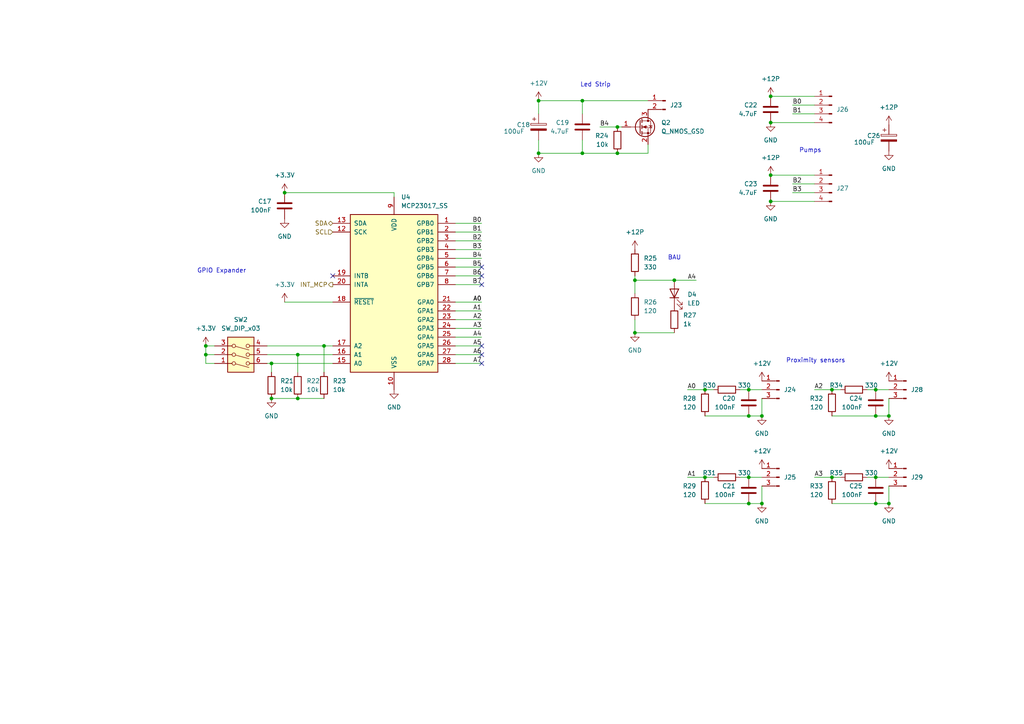
<source format=kicad_sch>
(kicad_sch (version 20211123) (generator eeschema)
  (paper "A4")
  (title_block (title "Carte Actuators") (date "2023-03-06") (rev "V2.0"))
  (lib_symbols
    (symbol "Connector:Conn_01x02_Male" (pin_names (offset 1.016) hide)
      (property "Reference" "J" (at 0 2.54 0))
      (property "Value" "Conn_01x02_Male" (at 0 -5.08 0))
      (symbol "Conn_01x02_Male_1_1"
        (polyline (pts (xy 1.27 -2.54) (xy 0.8636 -2.54)) (stroke (width 0.1524)))
        (polyline (pts (xy 1.27 0) (xy 0.8636 0)) (stroke (width 0.1524)))
        (rectangle (start 0.8636 -2.413) (end 0 -2.667) (stroke (width 0.1524)) (fill (type outline)))
        (rectangle (start 0.8636 0.127) (end 0 -0.127) (stroke (width 0.1524)) (fill (type outline)))
        (pin passive line (at 5.08 0 180) (length 3.81) (name "Pin_1") (number "1"))
        (pin passive line (at 5.08 -2.54 180) (length 3.81) (name "Pin_2") (number "2"))
      )
    )
    (symbol "Connector:Conn_01x03_Male" (pin_names (offset 1.016) hide)
      (property "Reference" "J" (at 0 5.08 0))
      (property "Value" "Conn_01x03_Male" (at 0 -5.08 0))
      (symbol "Conn_01x03_Male_1_1"
        (polyline (pts (xy 1.27 -2.54) (xy 0.8636 -2.54)) (stroke (width 0.1524)))
        (polyline (pts (xy 1.27 0) (xy 0.8636 0)) (stroke (width 0.1524)))
        (polyline (pts (xy 1.27 2.54) (xy 0.8636 2.54)) (stroke (width 0.1524)))
        (rectangle (start 0.8636 -2.413) (end 0 -2.667) (stroke (width 0.1524)) (fill (type outline)))
        (rectangle (start 0.8636 0.127) (end 0 -0.127) (stroke (width 0.1524)) (fill (type outline)))
        (rectangle (start 0.8636 2.667) (end 0 2.413) (stroke (width 0.1524)) (fill (type outline)))
        (pin passive line (at 5.08 2.54 180) (length 3.81) (name "Pin_1") (number "1"))
        (pin passive line (at 5.08 0 180) (length 3.81) (name "Pin_2") (number "2"))
        (pin passive line (at 5.08 -2.54 180) (length 3.81) (name "Pin_3") (number "3"))
      )
    )
    (symbol "Connector:Conn_01x04_Male" (pin_names (offset 1.016) hide)
      (property "Reference" "J" (at 0 5.08 0))
      (property "Value" "Conn_01x04_Male" (at 0 -7.62 0))
      (symbol "Conn_01x04_Male_1_1"
        (polyline (pts (xy 1.27 -5.08) (xy 0.8636 -5.08)) (stroke (width 0.1524)))
        (polyline (pts (xy 1.27 -2.54) (xy 0.8636 -2.54)) (stroke (width 0.1524)))
        (polyline (pts (xy 1.27 0) (xy 0.8636 0)) (stroke (width 0.1524)))
        (polyline (pts (xy 1.27 2.54) (xy 0.8636 2.54)) (stroke (width 0.1524)))
        (rectangle (start 0.8636 -4.953) (end 0 -5.207) (stroke (width 0.1524)) (fill (type outline)))
        (rectangle (start 0.8636 -2.413) (end 0 -2.667) (stroke (width 0.1524)) (fill (type outline)))
        (rectangle (start 0.8636 0.127) (end 0 -0.127) (stroke (width 0.1524)) (fill (type outline)))
        (rectangle (start 0.8636 2.667) (end 0 2.413) (stroke (width 0.1524)) (fill (type outline)))
        (pin passive line (at 5.08 2.54 180) (length 3.81) (name "Pin_1") (number "1"))
        (pin passive line (at 5.08 0 180) (length 3.81) (name "Pin_2") (number "2"))
        (pin passive line (at 5.08 -2.54 180) (length 3.81) (name "Pin_3") (number "3"))
        (pin passive line (at 5.08 -5.08 180) (length 3.81) (name "Pin_4") (number "4"))
      )
    )
    (symbol "Device:C" (pin_numbers hide) (pin_names (offset 0.254))
      (property "Reference" "C" (at 0.635 2.54 0))
      (property "Value" "C" (at 0.635 -2.54 0))
      (symbol "C_0_1"
        (polyline (pts (xy -2.032 -0.762) (xy 2.032 -0.762)) (stroke (width 0.508)))
        (polyline (pts (xy -2.032 0.762) (xy 2.032 0.762)) (stroke (width 0.508)))
      )
      (symbol "C_1_1"
        (pin passive line (at 0 3.81 270) (length 2.794) (name "~") (number "1"))
        (pin passive line (at 0 -3.81 90) (length 2.794) (name "~") (number "2"))
      )
    )
    (symbol "Device:C_Polarized" (pin_numbers hide) (pin_names (offset 0.254))
      (property "Reference" "C" (at 0.635 2.54 0))
      (property "Value" "C_Polarized" (at 0.635 -2.54 0))
      (symbol "C_Polarized_0_1"
        (rectangle (start -2.286 0.508) (end 2.286 1.016))
        (polyline (pts (xy -1.778 2.286) (xy -0.762 2.286)))
        (polyline (pts (xy -1.27 2.794) (xy -1.27 1.778)))
        (rectangle (start 2.286 -0.508) (end -2.286 -1.016) (fill (type outline)))
      )
      (symbol "C_Polarized_1_1"
        (pin passive line (at 0 3.81 270) (length 2.794) (name "~") (number "1"))
        (pin passive line (at 0 -3.81 90) (length 2.794) (name "~") (number "2"))
      )
    )
    (symbol "Device:LED" (pin_numbers hide) (pin_names (offset 1.016) hide)
      (property "Reference" "D" (at 0 2.54 0))
      (property "Value" "LED" (at 0 -2.54 0))
      (symbol "LED_0_1"
        (polyline (pts (xy -1.27 -1.27) (xy -1.27 1.27)) (stroke (width 0.254)))
        (polyline (pts (xy -1.27 0) (xy 1.27 0)))
        (polyline (pts (xy 1.27 -1.27) (xy 1.27 1.27) (xy -1.27 0) (xy 1.27 -1.27)) (stroke (width 0.254)))
        (polyline (pts (xy -3.048 -0.762) (xy -4.572 -2.286) (xy -3.81 -2.286) (xy -4.572 -2.286) (xy -4.572 -1.524)))
        (polyline (pts (xy -1.778 -0.762) (xy -3.302 -2.286) (xy -2.54 -2.286) (xy -3.302 -2.286) (xy -3.302 -1.524)))
      )
      (symbol "LED_1_1"
        (pin passive line (at -3.81 0 0) (length 2.54) (name "K") (number "1"))
        (pin passive line (at 3.81 0 180) (length 2.54) (name "A") (number "2"))
      )
    )
    (symbol "Device:Q_NMOS_GSD" (pin_names (offset 0) hide)
      (property "Reference" "Q" (at 5.08 1.27 0))
      (property "Value" "Q_NMOS_GSD" (at 5.08 -1.27 0))
      (symbol "Q_NMOS_GSD_0_1"
        (polyline (pts (xy 0.254 0) (xy -2.54 0)))
        (polyline (pts (xy 0.254 1.905) (xy 0.254 -1.905)) (stroke (width 0.254)))
        (polyline (pts (xy 0.762 -1.27) (xy 0.762 -2.286)) (stroke (width 0.254)))
        (polyline (pts (xy 0.762 0.508) (xy 0.762 -0.508)) (stroke (width 0.254)))
        (polyline (pts (xy 0.762 2.286) (xy 0.762 1.27)) (stroke (width 0.254)))
        (polyline (pts (xy 2.54 2.54) (xy 2.54 1.778)))
        (polyline (pts (xy 2.54 -2.54) (xy 2.54 0) (xy 0.762 0)))
        (polyline (pts (xy 0.762 -1.778) (xy 3.302 -1.778) (xy 3.302 1.778) (xy 0.762 1.778)))
        (polyline (pts (xy 1.016 0) (xy 2.032 0.381) (xy 2.032 -0.381) (xy 1.016 0)) (fill (type outline)))
        (polyline (pts (xy 2.794 0.508) (xy 2.921 0.381) (xy 3.683 0.381) (xy 3.81 0.254)))
        (polyline (pts (xy 3.302 0.381) (xy 2.921 -0.254) (xy 3.683 -0.254) (xy 3.302 0.381)))
        (circle (center 1.651 0) (radius 2.794) (stroke (width 0.254)))
        (circle (center 2.54 -1.778) (radius 0.254) (fill (type outline)))
        (circle (center 2.54 1.778) (radius 0.254) (fill (type outline)))
      )
      (symbol "Q_NMOS_GSD_1_1"
        (pin input line (at -5.08 0 0) (length 2.54) (name "G") (number "1"))
        (pin passive line (at 2.54 -5.08 90) (length 2.54) (name "S") (number "2"))
        (pin passive line (at 2.54 5.08 270) (length 2.54) (name "D") (number "3"))
      )
    )
    (symbol "Device:R" (pin_numbers hide) (pin_names (offset 0))
      (property "Reference" "R" (at 2.032 0 90))
      (property "Value" "R" (at 0 0 90))
      (symbol "R_0_1"
        (rectangle (start -1.016 -2.54) (end 1.016 2.54) (stroke (width 0.254)))
      )
      (symbol "R_1_1"
        (pin passive line (at 0 3.81 270) (length 1.27) (name "~") (number "1"))
        (pin passive line (at 0 -3.81 90) (length 1.27) (name "~") (number "2"))
      )
    )
    (symbol "Interface_Expansion:MCP23017_SS" (pin_names (offset 1.016))
      (property "Reference" "U" (at -11.43 24.13 0))
      (property "Value" "MCP23017_SS" (at 0 0 0))
      (symbol "MCP23017_SS_0_1"
        (rectangle (start -12.7 22.86) (end 12.7 -22.86) (stroke (width 0.254)) (fill (type background)))
      )
      (symbol "MCP23017_SS_1_1"
        (pin bidirectional line (at 17.78 20.32 180) (length 5.08) (name "GPB0") (number "1"))
        (pin power_in line (at 0 -27.94 90) (length 5.08) (name "VSS") (number "10"))
        (pin no_connect line (at -12.7 15.24 0) (length 5.08) hide (name "NC") (number "11"))
        (pin input line (at -17.78 17.78 0) (length 5.08) (name "SCK") (number "12"))
        (pin bidirectional line (at -17.78 20.32 0) (length 5.08) (name "SDA") (number "13"))
        (pin no_connect line (at -12.7 12.7 0) (length 5.08) hide (name "NC") (number "14"))
        (pin input line (at -17.78 -20.32 0) (length 5.08) (name "A0") (number "15"))
        (pin input line (at -17.78 -17.78 0) (length 5.08) (name "A1") (number "16"))
        (pin input line (at -17.78 -15.24 0) (length 5.08) (name "A2") (number "17"))
        (pin input line (at -17.78 -2.54 0) (length 5.08) (name "~{RESET}") (number "18"))
        (pin tri_state line (at -17.78 5.08 0) (length 5.08) (name "INTB") (number "19"))
        (pin bidirectional line (at 17.78 17.78 180) (length 5.08) (name "GPB1") (number "2"))
        (pin tri_state line (at -17.78 2.54 0) (length 5.08) (name "INTA") (number "20"))
        (pin bidirectional line (at 17.78 -2.54 180) (length 5.08) (name "GPA0") (number "21"))
        (pin bidirectional line (at 17.78 -5.08 180) (length 5.08) (name "GPA1") (number "22"))
        (pin bidirectional line (at 17.78 -7.62 180) (length 5.08) (name "GPA2") (number "23"))
        (pin bidirectional line (at 17.78 -10.16 180) (length 5.08) (name "GPA3") (number "24"))
        (pin bidirectional line (at 17.78 -12.7 180) (length 5.08) (name "GPA4") (number "25"))
        (pin bidirectional line (at 17.78 -15.24 180) (length 5.08) (name "GPA5") (number "26"))
        (pin bidirectional line (at 17.78 -17.78 180) (length 5.08) (name "GPA6") (number "27"))
        (pin bidirectional line (at 17.78 -20.32 180) (length 5.08) (name "GPA7") (number "28"))
        (pin bidirectional line (at 17.78 15.24 180) (length 5.08) (name "GPB2") (number "3"))
        (pin bidirectional line (at 17.78 12.7 180) (length 5.08) (name "GPB3") (number "4"))
        (pin bidirectional line (at 17.78 10.16 180) (length 5.08) (name "GPB4") (number "5"))
        (pin bidirectional line (at 17.78 7.62 180) (length 5.08) (name "GPB5") (number "6"))
        (pin bidirectional line (at 17.78 5.08 180) (length 5.08) (name "GPB6") (number "7"))
        (pin bidirectional line (at 17.78 2.54 180) (length 5.08) (name "GPB7") (number "8"))
        (pin power_in line (at 0 27.94 270) (length 5.08) (name "VDD") (number "9"))
      )
    )
    (symbol "Switch:SW_DIP_x03" (pin_names (offset 0) hide)
      (property "Reference" "SW" (at 0 8.89 0))
      (property "Value" "SW_DIP_x03" (at 0 -3.81 0))
      (symbol "SW_DIP_x03_0_0"
        (circle (center -2.032 0) (radius 0.508))
        (circle (center -2.032 2.54) (radius 0.508))
        (circle (center -2.032 5.08) (radius 0.508))
        (polyline (pts (xy -1.524 0.127) (xy 2.3622 1.1684)))
        (polyline (pts (xy -1.524 2.667) (xy 2.3622 3.7084)))
        (polyline (pts (xy -1.524 5.207) (xy 2.3622 6.2484)))
        (circle (center 2.032 0) (radius 0.508))
        (circle (center 2.032 2.54) (radius 0.508))
        (circle (center 2.032 5.08) (radius 0.508))
      )
      (symbol "SW_DIP_x03_0_1"
        (rectangle (start -3.81 7.62) (end 3.81 -2.54) (stroke (width 0.254)) (fill (type background)))
      )
      (symbol "SW_DIP_x03_1_1"
        (pin passive line (at -7.62 5.08 0) (length 5.08) (name "~") (number "1"))
        (pin passive line (at -7.62 2.54 0) (length 5.08) (name "~") (number "2"))
        (pin passive line (at -7.62 0 0) (length 5.08) (name "~") (number "3"))
        (pin passive line (at 7.62 0 180) (length 5.08) (name "~") (number "4"))
        (pin passive line (at 7.62 2.54 180) (length 5.08) (name "~") (number "5"))
        (pin passive line (at 7.62 5.08 180) (length 5.08) (name "~") (number "6"))
      )
    )
    (symbol "power:+12P" (power) (pin_names (offset 0))
      (property "Value" "+12P" (at 0 3.556 0))
      (symbol "+12P_0_1"
        (polyline (pts (xy -0.762 1.27) (xy 0 2.54)))
        (polyline (pts (xy 0 0) (xy 0 2.54)))
        (polyline (pts (xy 0 2.54) (xy 0.762 1.27)))
      )
      (symbol "+12P_1_1"
        (pin power_in line (at 0 0 90) (length 0) hide (name "+12P") (number "1"))
      )
    )
    (symbol "power:+12V" (power) (pin_names (offset 0))
      (property "Value" "+12V" (at 0 3.556 0))
      (symbol "+12V_0_1"
        (polyline (pts (xy -0.762 1.27) (xy 0 2.54)))
        (polyline (pts (xy 0 0) (xy 0 2.54)))
        (polyline (pts (xy 0 2.54) (xy 0.762 1.27)))
      )
      (symbol "+12V_1_1"
        (pin power_in line (at 0 0 90) (length 0) hide (name "+12V") (number "1"))
      )
    )
    (symbol "power:+3.3V" (power) (pin_names (offset 0))
      (property "Value" "+3.3V" (at 0 3.556 0))
      (symbol "+3.3V_0_1"
        (polyline (pts (xy -0.762 1.27) (xy 0 2.54)))
        (polyline (pts (xy 0 0) (xy 0 2.54)))
        (polyline (pts (xy 0 2.54) (xy 0.762 1.27)))
      )
      (symbol "+3.3V_1_1"
        (pin power_in line (at 0 0 90) (length 0) hide (name "+3.3V") (number "1"))
      )
    )
    (symbol "power:GND" (power) (pin_names (offset 0))
      (property "Value" "GND" (at 0 -3.81 0))
      (symbol "GND_0_1"
        (polyline (pts (xy 0 0) (xy 0 -1.27) (xy 1.27 -1.27) (xy 0 -2.54) (xy -1.27 -1.27) (xy 0 -1.27)))
      )
      (symbol "GND_1_1"
        (pin power_in line (at 0 0 270) (length 0) hide (name "GND") (number "1"))
      )
    )
  )
  (junction (at 223.52 58.42))
  (junction (at 241.3 138.43))
  (junction (at 59.69 102.87))
  (junction (at 86.36 102.87))
  (junction (at 184.15 81.28))
  (junction (at 78.74 115.57))
  (junction (at 254 120.65))
  (junction (at 254 138.43))
  (junction (at 217.17 146.05))
  (junction (at 93.98 100.33))
  (junction (at 257.81 120.65))
  (junction (at 254 113.03))
  (junction (at 168.91 29.21))
  (junction (at 82.55 55.88))
  (junction (at 220.98 146.05))
  (junction (at 184.15 96.52))
  (junction (at 179.07 36.83))
  (junction (at 241.3 113.03))
  (junction (at 204.47 138.43))
  (junction (at 204.47 113.03))
  (junction (at 254 146.05))
  (junction (at 195.58 81.28))
  (junction (at 217.17 138.43))
  (junction (at 78.74 105.41))
  (junction (at 257.81 146.05))
  (junction (at 220.98 120.65))
  (junction (at 223.52 35.56))
  (junction (at 217.17 113.03))
  (junction (at 156.21 44.45))
  (junction (at 179.07 44.45))
  (junction (at 86.36 115.57))
  (junction (at 223.52 27.94))
  (junction (at 156.21 29.21))
  (junction (at 168.91 44.45))
  (junction (at 59.69 100.33))
  (junction (at 217.17 120.65))
  (junction (at 223.52 50.8))
  (no_connect (at 139.7 102.87))
  (no_connect (at 139.7 82.55))
  (no_connect (at 139.7 100.33))
  (no_connect (at 139.7 80.01))
  (no_connect (at 139.7 77.47))
  (no_connect (at 139.7 105.41))
  (no_connect (at 96.52 80.01))
  (wire (pts (xy 132.08 72.39) (xy 139.7 72.39)))
  (wire (pts (xy 132.08 74.93) (xy 139.7 74.93)))
  (wire (pts (xy 132.08 105.41) (xy 139.7 105.41)))
  (wire (pts (xy 77.47 102.87) (xy 86.36 102.87)))
  (wire (pts (xy 132.08 82.55) (xy 139.7 82.55)))
  (wire (pts (xy 59.69 102.87) (xy 62.23 102.87)))
  (wire (pts (xy 184.15 80.01) (xy 184.15 81.28)))
  (wire (pts (xy 241.3 138.43) (xy 243.84 138.43)))
  (wire (pts (xy 132.08 97.79) (xy 139.7 97.79)))
  (wire (pts (xy 132.08 90.17) (xy 139.7 90.17)))
  (wire (pts (xy 168.91 29.21) (xy 187.96 29.21)))
  (wire (pts (xy 132.08 95.25) (xy 139.7 95.25)))
  (wire (pts (xy 93.98 100.33) (xy 96.52 100.33)))
  (wire (pts (xy 132.08 92.71) (xy 139.7 92.71)))
  (wire (pts (xy 241.3 113.03) (xy 243.84 113.03)))
  (wire (pts (xy 168.91 33.02) (xy 168.91 29.21)))
  (wire (pts (xy 223.52 50.8) (xy 236.22 50.8)))
  (wire (pts (xy 132.08 67.31) (xy 139.7 67.31)))
  (wire (pts (xy 257.81 115.57) (xy 257.81 120.65)))
  (wire (pts (xy 217.17 138.43) (xy 220.98 138.43)))
  (wire (pts (xy 187.96 44.45) (xy 187.96 41.91)))
  (wire (pts (xy 156.21 44.45) (xy 168.91 44.45)))
  (wire (pts (xy 132.08 77.47) (xy 139.7 77.47)))
  (wire (pts (xy 217.17 146.05) (xy 220.98 146.05)))
  (wire (pts (xy 184.15 96.52) (xy 195.58 96.52)))
  (wire (pts (xy 254 138.43) (xy 257.81 138.43)))
  (wire (pts (xy 199.39 138.43) (xy 204.47 138.43)))
  (wire (pts (xy 86.36 115.57) (xy 93.98 115.57)))
  (wire (pts (xy 77.47 100.33) (xy 93.98 100.33)))
  (wire (pts (xy 204.47 113.03) (xy 207.01 113.03)))
  (wire (pts (xy 217.17 113.03) (xy 220.98 113.03)))
  (wire (pts (xy 132.08 102.87) (xy 139.7 102.87)))
  (wire (pts (xy 251.46 138.43) (xy 254 138.43)))
  (wire (pts (xy 223.52 58.42) (xy 236.22 58.42)))
  (wire (pts (xy 132.08 100.33) (xy 139.7 100.33)))
  (wire (pts (xy 254 120.65) (xy 257.81 120.65)))
  (wire (pts (xy 204.47 138.43) (xy 207.01 138.43)))
  (wire (pts (xy 184.15 81.28) (xy 195.58 81.28)))
  (wire (pts (xy 229.87 30.48) (xy 236.22 30.48)))
  (wire (pts (xy 241.3 120.65) (xy 254 120.65)))
  (wire (pts (xy 220.98 140.97) (xy 220.98 146.05)))
  (wire (pts (xy 254 113.03) (xy 257.81 113.03)))
  (wire (pts (xy 114.3 55.88) (xy 114.3 57.15)))
  (wire (pts (xy 59.69 100.33) (xy 62.23 100.33)))
  (wire (pts (xy 132.08 69.85) (xy 139.7 69.85)))
  (wire (pts (xy 59.69 105.41) (xy 59.69 102.87)))
  (wire (pts (xy 229.87 33.02) (xy 236.22 33.02)))
  (wire (pts (xy 220.98 115.57) (xy 220.98 120.65)))
  (wire (pts (xy 82.55 55.88) (xy 114.3 55.88)))
  (wire (pts (xy 204.47 146.05) (xy 217.17 146.05)))
  (wire (pts (xy 82.55 87.63) (xy 96.52 87.63)))
  (wire (pts (xy 251.46 113.03) (xy 254 113.03)))
  (wire (pts (xy 229.87 55.88) (xy 236.22 55.88)))
  (wire (pts (xy 204.47 120.65) (xy 217.17 120.65)))
  (wire (pts (xy 77.47 105.41) (xy 78.74 105.41)))
  (wire (pts (xy 78.74 105.41) (xy 96.52 105.41)))
  (wire (pts (xy 62.23 105.41) (xy 59.69 105.41)))
  (wire (pts (xy 78.74 105.41) (xy 78.74 107.95)))
  (wire (pts (xy 236.22 113.03) (xy 241.3 113.03)))
  (wire (pts (xy 156.21 29.21) (xy 156.21 33.02)))
  (wire (pts (xy 217.17 120.65) (xy 220.98 120.65)))
  (wire (pts (xy 223.52 35.56) (xy 236.22 35.56)))
  (wire (pts (xy 173.99 36.83) (xy 179.07 36.83)))
  (wire (pts (xy 184.15 92.71) (xy 184.15 96.52)))
  (wire (pts (xy 223.52 27.94) (xy 236.22 27.94)))
  (wire (pts (xy 78.74 115.57) (xy 86.36 115.57)))
  (wire (pts (xy 132.08 87.63) (xy 139.7 87.63)))
  (wire (pts (xy 59.69 102.87) (xy 59.69 100.33)))
  (wire (pts (xy 241.3 146.05) (xy 254 146.05)))
  (wire (pts (xy 179.07 44.45) (xy 187.96 44.45)))
  (wire (pts (xy 236.22 138.43) (xy 241.3 138.43)))
  (wire (pts (xy 199.39 113.03) (xy 204.47 113.03)))
  (wire (pts (xy 214.63 113.03) (xy 217.17 113.03)))
  (wire (pts (xy 201.93 81.28) (xy 195.58 81.28)))
  (wire (pts (xy 254 146.05) (xy 257.81 146.05)))
  (wire (pts (xy 156.21 40.64) (xy 156.21 44.45)))
  (wire (pts (xy 132.08 80.01) (xy 139.7 80.01)))
  (wire (pts (xy 184.15 81.28) (xy 184.15 85.09)))
  (wire (pts (xy 86.36 102.87) (xy 96.52 102.87)))
  (wire (pts (xy 229.87 53.34) (xy 236.22 53.34)))
  (wire (pts (xy 156.21 29.21) (xy 168.91 29.21)))
  (wire (pts (xy 86.36 102.87) (xy 86.36 107.95)))
  (wire (pts (xy 179.07 36.83) (xy 180.34 36.83)))
  (wire (pts (xy 168.91 44.45) (xy 179.07 44.45)))
  (wire (pts (xy 132.08 64.77) (xy 139.7 64.77)))
  (wire (pts (xy 214.63 138.43) (xy 217.17 138.43)))
  (wire (pts (xy 93.98 100.33) (xy 93.98 107.95)))
  (wire (pts (xy 257.81 140.97) (xy 257.81 146.05)))
  (wire (pts (xy 168.91 40.64) (xy 168.91 44.45)))
  (text "BAU" (at 193.675 75.565 0) (effects (font (size 1.27 1.27)) (justify left bottom)))
  (text "GPIO Expander" (at 57.15 79.375 0) (effects (font (size 1.27 1.27)) (justify left bottom)))
  (text "Led Strip" (at 168.275 25.4 0) (effects (font (size 1.27 1.27)) (justify left bottom)))
  (text "Pumps" (at 231.775 44.45 0) (effects (font (size 1.27 1.27)) (justify left bottom)))
  (text "Proximity sensors" (at 227.965 105.41 0) (effects (font (size 1.27 1.27)) (justify left bottom)))
  (label "A1" (at 199.39 138.43 0))
  (label "B3" (at 139.7 72.39 180))
  (label "B2" (at 139.7 69.85 180))
  (label "A0" (at 199.39 113.03 0))
  (label "B5" (at 139.7 77.47 180))
  (label "A2" (at 236.22 113.03 0))
  (label "B4" (at 139.7 74.93 180))
  (label "A1" (at 139.7 90.17 180))
  (label "A5" (at 139.7 100.33 180))
  (label "A3" (at 236.22 138.43 0))
  (label "B4" (at 173.99 36.83 0))
  (label "B6" (at 139.7 80.01 180))
  (label "A4" (at 139.7 97.79 180))
  (label "A4" (at 201.93 81.28 180))
  (label "A0" (at 139.7 87.63 180))
  (label "B2" (at 229.87 53.34 0))
  (label "B3" (at 229.87 55.88 0))
  (label "A3" (at 139.7 95.25 180))
  (label "B1" (at 139.7 67.31 180))
  (label "B0" (at 229.87 30.48 0))
  (label "B0" (at 139.7 64.77 180))
  (label "B7" (at 139.7 82.55 180))
  (label "A7" (at 139.7 105.41 180))
  (label "A0" (at 139.7 87.63 180))
  (label "A6" (at 139.7 102.87 180))
  (label "B1" (at 229.87 33.02 0))
  (label "A2" (at 139.7 92.71 180))
  (hierarchical_label "SDA" (shape bidirectional) (at 96.52 64.77 180))
  (hierarchical_label "SCL" (shape input) (at 96.52 67.31 180))
  (hierarchical_label "INT_MCP" (shape output) (at 96.52 82.55 180))
  (symbol (lib_id "power:GND") (at 220.98 120.65 0) (unit 1)
    (property "Reference" "#PWR085" (effects hide))
    (property "Value" "GND" (at 220.98 125.73 0))
  )
  (symbol (lib_id "power:+12P") (at 257.81 36.195 0) (unit 1)
    (property "Reference" "#PWR092" (effects hide))
    (property "Value" "+12P" (at 257.81 31.115 0))
  )
  (symbol (lib_id "Device:C") (at 223.52 54.61 0) (mirror x) (unit 1)
    (property "Reference" "C23" (at 219.71 53.3399 0) (effects (justify right)))
    (property "Value" "4.7uF" (at 219.71 55.8799 0) (effects (justify right)))
    (property "Footprint" "Capacitor_SMD:C_0603_1608Metric" (effects hide))
  )
  (symbol (lib_id "power:GND") (at 220.98 146.05 0) (unit 1)
    (property "Reference" "#PWR087" (effects hide))
    (property "Value" "GND" (at 220.98 151.13 0))
  )
  (symbol (lib_id "Device:C_Polarized") (at 257.81 40.005 0) (unit 1)
    (property "Reference" "C26" (at 251.46 39.37 0) (effects (justify left)))
    (property "Value" "100uF" (at 247.65 41.275 0) (effects (justify left)))
    (property "Footprint" "Capacitor_SMD:CP_Elec_6.3x7.7" (effects hide))
  )
  (symbol (lib_id "Connector:Conn_01x03_Male") (at 226.06 138.43 0) (mirror y) (unit 1)
    (property "Reference" "J25" (at 227.33 138.43 0) (effects (justify right)))
    (property "Value" "Conn_01x03_Male" (effects hide))
    (property "Footprint" "ConnectorsEvo:B03B-PASK" (effects hide))
  )
  (symbol (lib_id "power:+12V") (at 257.81 135.89 0) (unit 1)
    (property "Reference" "#PWR096" (effects hide))
    (property "Value" "+12V" (at 257.81 130.81 0))
  )
  (symbol (lib_id "Device:C") (at 168.91 36.83 0) (mirror x) (unit 1)
    (property "Reference" "C19" (at 165.1 35.5599 0) (effects (justify right)))
    (property "Value" "4.7uF" (at 165.1 38.0999 0) (effects (justify right)))
    (property "Footprint" "Capacitor_SMD:C_0603_1608Metric" (effects hide))
  )
  (symbol (lib_id "power:GND") (at 257.81 43.815 0) (unit 1)
    (property "Reference" "#PWR093" (effects hide))
    (property "Value" "GND" (at 257.81 48.895 0))
  )
  (symbol (lib_id "power:+12V") (at 220.98 135.89 0) (unit 1)
    (property "Reference" "#PWR086" (effects hide))
    (property "Value" "+12V" (at 220.98 130.81 0))
  )
  (symbol (lib_id "power:+12P") (at 184.15 72.39 0) (unit 1)
    (property "Reference" "#PWR082" (effects hide))
    (property "Value" "+12P" (at 184.15 67.31 0))
  )
  (symbol (lib_id "power:GND") (at 156.21 44.45 0) (unit 1)
    (property "Reference" "#PWR081" (effects hide))
    (property "Value" "GND" (at 156.21 49.53 0))
  )
  (symbol (lib_id "Connector:Conn_01x04_Male") (at 241.3 30.48 0) (mirror y) (unit 1)
    (property "Reference" "J26" (at 242.57 31.75 0) (effects (justify right)))
    (property "Value" "Conn_01x04_Male" (effects hide))
    (property "Footprint" "ConnectorsEvo:B04B-PASK" (effects hide))
  )
  (symbol (lib_id "power:+12V") (at 156.21 29.21 0) (unit 1)
    (property "Reference" "#PWR080" (effects hide))
    (property "Value" "+12V" (at 156.21 24.13 0))
  )
  (symbol (lib_id "Device:R") (at 241.3 142.24 0) (mirror x) (unit 1)
    (property "Reference" "R33" (at 238.76 140.9699 0) (effects (justify right)))
    (property "Value" "120" (at 238.76 143.5099 0) (effects (justify right)))
    (property "Footprint" "Resistor_SMD:R_0603_1608Metric" (effects hide))
  )
  (symbol (lib_id "Device:R") (at 184.15 76.2 0) (unit 1)
    (property "Reference" "R25" (at 186.69 74.9299 0) (effects (justify left)))
    (property "Value" "330" (at 186.69 77.4699 0) (effects (justify left)))
    (property "Footprint" "Resistor_SMD:R_0603_1608Metric" (effects hide))
  )
  (symbol (lib_id "Device:C") (at 254 142.24 0) (mirror x) (unit 1)
    (property "Reference" "C25" (at 250.19 140.9699 0) (effects (justify right)))
    (property "Value" "100nF" (at 250.19 143.5099 0) (effects (justify right)))
    (property "Footprint" "Capacitor_SMD:C_0603_1608Metric" (effects hide))
  )
  (symbol (lib_id "power:+3.3V") (at 82.55 55.88 0) (unit 1)
    (property "Reference" "#PWR076" (effects hide))
    (property "Value" "+3.3V" (at 82.55 50.8 0))
  )
  (symbol (lib_id "Device:R") (at 204.47 116.84 0) (mirror x) (unit 1)
    (property "Reference" "R28" (at 201.93 115.5699 0) (effects (justify right)))
    (property "Value" "120" (at 201.93 118.1099 0) (effects (justify right)))
    (property "Footprint" "Resistor_SMD:R_0603_1608Metric" (effects hide))
  )
  (symbol (lib_id "Device:C") (at 82.55 59.69 0) (mirror x) (unit 1)
    (property "Reference" "C17" (at 78.74 58.4199 0) (effects (justify right)))
    (property "Value" "100nF" (at 78.74 60.9599 0) (effects (justify right)))
    (property "Footprint" "Capacitor_SMD:C_0603_1608Metric" (effects hide))
  )
  (symbol (lib_id "Device:R") (at 179.07 40.64 0) (mirror x) (unit 1)
    (property "Reference" "R24" (at 176.53 39.3699 0) (effects (justify right)))
    (property "Value" "10k" (at 176.53 41.9099 0) (effects (justify right)))
    (property "Footprint" "Resistor_SMD:R_0603_1608Metric" (effects hide))
  )
  (symbol (lib_id "Device:C") (at 217.17 142.24 0) (mirror x) (unit 1)
    (property "Reference" "C21" (at 213.36 140.9699 0) (effects (justify right)))
    (property "Value" "100nF" (at 213.36 143.5099 0) (effects (justify right)))
    (property "Footprint" "Capacitor_SMD:C_0603_1608Metric" (effects hide))
  )
  (symbol (lib_id "power:+12P") (at 223.52 27.94 0) (unit 1)
    (property "Reference" "#PWR088" (effects hide))
    (property "Value" "+12P" (at 223.52 22.86 0))
  )
  (symbol (lib_id "Device:R") (at 210.82 113.03 90) (unit 1)
    (property "Reference" "R30" (at 205.74 111.76 90))
    (property "Value" "330" (at 215.9 111.76 90))
    (property "Footprint" "Resistor_SMD:R_0603_1608Metric" (effects hide))
  )
  (symbol (lib_id "power:+12V") (at 257.81 110.49 0) (unit 1)
    (property "Reference" "#PWR094" (effects hide))
    (property "Value" "+12V" (at 257.81 105.41 0))
  )
  (symbol (lib_id "power:GND") (at 114.3 113.03 0) (unit 1)
    (property "Reference" "#PWR079" (effects hide))
    (property "Value" "GND" (at 114.3 118.11 0))
  )
  (symbol (lib_id "Device:C_Polarized") (at 156.21 36.83 0) (unit 1)
    (property "Reference" "C18" (at 149.86 36.195 0) (effects (justify left)))
    (property "Value" "100uF" (at 146.05 38.1 0) (effects (justify left)))
    (property "Footprint" "Capacitor_SMD:C_0603_1608Metric" (effects hide))
  )
  (symbol (lib_id "Device:R") (at 247.65 113.03 90) (unit 1)
    (property "Reference" "R34" (at 242.57 111.76 90))
    (property "Value" "330" (at 252.73 111.76 90))
    (property "Footprint" "Resistor_SMD:R_0603_1608Metric" (effects hide))
  )
  (symbol (lib_id "Interface_Expansion:MCP23017_SS") (at 114.3 85.09 0) (unit 1)
    (property "Reference" "U4" (at 116.3194 57.15 0) (effects (justify left)))
    (property "Value" "MCP23017_SS" (at 116.3194 59.69 0) (effects (justify left)))
    (property "Footprint" "Package_SO:SSOP-28_5.3x10.2mm_P0.65mm" (effects hide))
    (property "Datasheet" "http://ww1.microchip.com/downloads/en/DeviceDoc/20001952C.pdf" (effects hide))
  )
  (symbol (lib_id "power:GND") (at 184.15 96.52 0) (unit 1)
    (property "Reference" "#PWR083" (effects hide))
    (property "Value" "GND" (at 184.15 101.6 0))
  )
  (symbol (lib_id "Device:R") (at 78.74 111.76 0) (unit 1)
    (property "Reference" "R21" (at 81.28 110.4899 0) (effects (justify left)))
    (property "Value" "10k" (at 81.28 113.0299 0) (effects (justify left)))
    (property "Footprint" "Resistor_SMD:R_0603_1608Metric" (effects hide))
  )
  (symbol (lib_id "power:+3.3V") (at 59.69 100.33 0) (unit 1)
    (property "Reference" "#PWR074" (effects hide))
    (property "Value" "+3.3V" (at 59.69 95.25 0))
  )
  (symbol (lib_id "power:GND") (at 223.52 35.56 0) (unit 1)
    (property "Reference" "#PWR089" (effects hide))
    (property "Value" "GND" (at 223.52 40.64 0))
  )
  (symbol (lib_id "Device:R") (at 247.65 138.43 90) (unit 1)
    (property "Reference" "R35" (at 242.57 137.16 90))
    (property "Value" "330" (at 252.73 137.16 90))
    (property "Footprint" "Resistor_SMD:R_0603_1608Metric" (effects hide))
  )
  (symbol (lib_id "power:GND") (at 257.81 120.65 0) (unit 1)
    (property "Reference" "#PWR095" (effects hide))
    (property "Value" "GND" (at 257.81 125.73 0))
  )
  (symbol (lib_id "Device:R") (at 204.47 142.24 0) (mirror x) (unit 1)
    (property "Reference" "R29" (at 201.93 140.9699 0) (effects (justify right)))
    (property "Value" "120" (at 201.93 143.5099 0) (effects (justify right)))
    (property "Footprint" "Resistor_SMD:R_0603_1608Metric" (effects hide))
  )
  (symbol (lib_id "power:GND") (at 257.81 146.05 0) (unit 1)
    (property "Reference" "#PWR097" (effects hide))
    (property "Value" "GND" (at 257.81 151.13 0))
  )
  (symbol (lib_id "Connector:Conn_01x04_Male") (at 241.3 53.34 0) (mirror y) (unit 1)
    (property "Reference" "J27" (at 242.57 54.61 0) (effects (justify right)))
    (property "Value" "Conn_01x04_Male" (effects hide))
    (property "Footprint" "ConnectorsEvo:B04B-PASK" (effects hide))
  )
  (symbol (lib_id "Device:R") (at 210.82 138.43 90) (unit 1)
    (property "Reference" "R31" (at 205.74 137.16 90))
    (property "Value" "330" (at 215.9 137.16 90))
    (property "Footprint" "Resistor_SMD:R_0603_1608Metric" (effects hide))
  )
  (symbol (lib_id "Switch:SW_DIP_x03") (at 69.85 100.33 0) (mirror x) (unit 1)
    (property "Reference" "SW2" (at 69.85 92.71 0))
    (property "Value" "SW_DIP_x03" (at 69.85 95.25 0))
    (property "Footprint" "Button_Switch_SMD:SW_DIP_SPSTx03_Slide_KingTek_DSHP03TS_W7.62mm_P1.27mm" (effects hide))
  )
  (symbol (lib_id "power:+12P") (at 223.52 50.8 0) (unit 1)
    (property "Reference" "#PWR090" (effects hide))
    (property "Value" "+12P" (at 223.52 45.72 0))
  )
  (symbol (lib_id "power:GND") (at 82.55 63.5 0) (unit 1)
    (property "Reference" "#PWR077" (effects hide))
    (property "Value" "GND" (at 82.55 68.58 0))
  )
  (symbol (lib_id "Device:LED") (at 195.58 85.09 90) (unit 1)
    (property "Reference" "D4" (at 199.39 85.4074 90) (effects (justify right)))
    (property "Value" "LED" (at 199.39 87.9474 90) (effects (justify right)))
    (property "Footprint" "LED_SMD:LED_0805_2012Metric" (effects hide))
  )
  (symbol (lib_id "Device:R") (at 86.36 111.76 0) (unit 1)
    (property "Reference" "R22" (at 88.9 110.4899 0) (effects (justify left)))
    (property "Value" "10k" (at 88.9 113.0299 0) (effects (justify left)))
    (property "Footprint" "Resistor_SMD:R_0603_1608Metric" (effects hide))
  )
  (symbol (lib_id "Device:R") (at 241.3 116.84 0) (mirror x) (unit 1)
    (property "Reference" "R32" (at 238.76 115.5699 0) (effects (justify right)))
    (property "Value" "120" (at 238.76 118.1099 0) (effects (justify right)))
    (property "Footprint" "Resistor_SMD:R_0603_1608Metric" (effects hide))
  )
  (symbol (lib_id "Device:C") (at 254 116.84 0) (mirror x) (unit 1)
    (property "Reference" "C24" (at 250.19 115.5699 0) (effects (justify right)))
    (property "Value" "100nF" (at 250.19 118.1099 0) (effects (justify right)))
    (property "Footprint" "Capacitor_SMD:C_0603_1608Metric" (effects hide))
  )
  (symbol (lib_id "Connector:Conn_01x03_Male") (at 262.89 138.43 0) (mirror y) (unit 1)
    (property "Reference" "J29" (at 264.16 138.43 0) (effects (justify right)))
    (property "Value" "Conn_01x03_Male" (effects hide))
    (property "Footprint" "ConnectorsEvo:B03B-PASK" (effects hide))
  )
  (symbol (lib_id "Connector:Conn_01x03_Male") (at 226.06 113.03 0) (mirror y) (unit 1)
    (property "Reference" "J24" (at 227.33 113.03 0) (effects (justify right)))
    (property "Value" "Conn_01x03_Male" (effects hide))
    (property "Footprint" "ConnectorsEvo:B03B-PASK" (effects hide))
  )
  (symbol (lib_id "Device:R") (at 93.98 111.76 0) (unit 1)
    (property "Reference" "R23" (at 96.52 110.4899 0) (effects (justify left)))
    (property "Value" "10k" (at 96.52 113.0299 0) (effects (justify left)))
    (property "Footprint" "Resistor_SMD:R_0603_1608Metric" (effects hide))
  )
  (symbol (lib_id "Device:Q_NMOS_GSD") (at 185.42 36.83 0) (unit 1)
    (property "Reference" "Q2" (at 191.77 35.5599 0) (effects (justify left)))
    (property "Value" "Q_NMOS_GSD" (at 191.77 38.0999 0) (effects (justify left)))
    (property "Footprint" "Package_TO_SOT_SMD:SOT-23" (effects hide))
  )
  (symbol (lib_id "power:+12V") (at 220.98 110.49 0) (unit 1)
    (property "Reference" "#PWR084" (effects hide))
    (property "Value" "+12V" (at 220.98 105.41 0))
  )
  (symbol (lib_id "Device:C") (at 217.17 116.84 0) (mirror x) (unit 1)
    (property "Reference" "C20" (at 213.36 115.5699 0) (effects (justify right)))
    (property "Value" "100nF" (at 213.36 118.1099 0) (effects (justify right)))
    (property "Footprint" "Capacitor_SMD:C_0603_1608Metric" (effects hide))
  )
  (symbol (lib_id "Device:C") (at 223.52 31.75 0) (mirror x) (unit 1)
    (property "Reference" "C22" (at 219.71 30.4799 0) (effects (justify right)))
    (property "Value" "4.7uF" (at 219.71 33.0199 0) (effects (justify right)))
    (property "Footprint" "Capacitor_SMD:C_0603_1608Metric" (effects hide))
  )
  (symbol (lib_id "power:+3.3V") (at 82.55 87.63 0) (unit 1)
    (property "Reference" "#PWR078" (effects hide))
    (property "Value" "+3.3V" (at 82.55 82.55 0))
  )
  (symbol (lib_id "Device:R") (at 184.15 88.9 0) (unit 1)
    (property "Reference" "R26" (at 186.69 87.6299 0) (effects (justify left)))
    (property "Value" "120" (at 186.69 90.1699 0) (effects (justify left)))
    (property "Footprint" "Resistor_SMD:R_0603_1608Metric" (effects hide))
  )
  (symbol (lib_id "power:GND") (at 223.52 58.42 0) (unit 1)
    (property "Reference" "#PWR091" (effects hide))
    (property "Value" "GND" (at 223.52 63.5 0))
  )
  (symbol (lib_id "Connector:Conn_01x03_Male") (at 262.89 113.03 0) (mirror y) (unit 1)
    (property "Reference" "J28" (at 264.16 113.03 0) (effects (justify right)))
    (property "Value" "Conn_01x03_Male" (effects hide))
    (property "Footprint" "ConnectorsEvo:B03B-PASK" (effects hide))
  )
  (symbol (lib_id "Device:R") (at 195.58 92.71 0) (unit 1)
    (property "Reference" "R27" (at 198.12 91.4399 0) (effects (justify left)))
    (property "Value" "1k" (at 198.12 93.9799 0) (effects (justify left)))
    (property "Footprint" "Resistor_SMD:R_0603_1608Metric" (effects hide))
  )
  (symbol (lib_id "Connector:Conn_01x02_Male") (at 193.04 29.21 0) (mirror y) (unit 1)
    (property "Reference" "J23" (at 194.31 30.4799 0) (effects (justify right)))
    (property "Value" "Conn_01x02_Male" (effects hide))
    (property "Footprint" "ConnectorsEvo:66200221122" (effects hide))
  )
  (symbol (lib_id "power:GND") (at 78.74 115.57 0) (unit 1)
    (property "Reference" "#PWR075" (effects hide))
    (property "Value" "GND" (at 78.74 120.65 0))
  )
)
</source>
